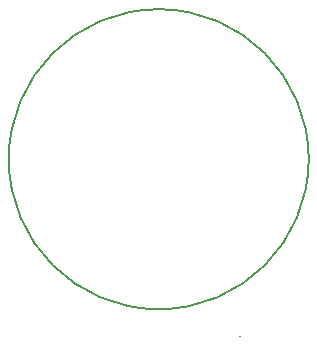
<source format=gbr>
G04 #@! TF.FileFunction,Profile,NP*
%FSLAX46Y46*%
G04 Gerber Fmt 4.6, Leading zero omitted, Abs format (unit mm)*
G04 Created by KiCad (PCBNEW 4.0.1-stable) date 12/13/2016 5:42:41 PM*
%MOMM*%
G01*
G04 APERTURE LIST*
%ADD10C,0.100000*%
%ADD11C,0.200000*%
%ADD12C,0.150000*%
G04 APERTURE END LIST*
D10*
D11*
X142240000Y-76200000D02*
G75*
G03X129540000Y-88900000I0J-12700000D01*
G01*
X142240000Y-101600000D02*
G75*
G03X154940000Y-88900000I0J12700000D01*
G01*
X129540000Y-88900000D02*
G75*
G03X142240000Y-101600000I12700000J0D01*
G01*
X154940000Y-88900000D02*
G75*
G03X142240000Y-76200000I-12700000J0D01*
G01*
D12*
X149098000Y-103835200D02*
X149098000Y-103860600D01*
M02*

</source>
